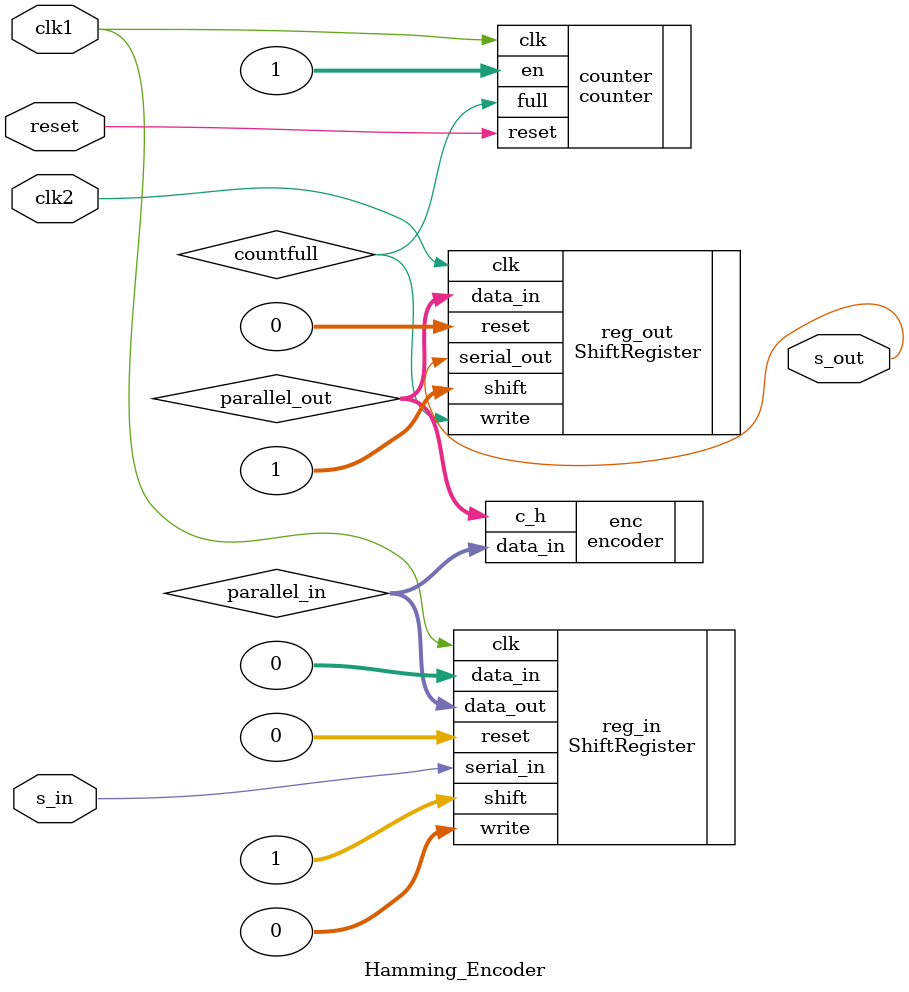
<source format=v>
module Hamming_Encoder(
input clk1,
input clk2,
input reset,
input s_in,
output s_out
);



//register input
wire [10:0] parallel_in;

ShiftRegister #(.WIDTH(11)) 
reg_in (
.clk(clk1),
.reset(0),
.write(0),
.shift(1),
.serial_in(s_in),
.data_in(0),
.data_out(parallel_in)
);

//encoder
wire [14:0] parallel_out;

encoder enc (
.data_in(parallel_in),
.c_h(parallel_out),
);

//counter_4bit
wire countfull;

counter counter(
.clk(clk1),
.en(1),
.reset(reset),
.full(countfull)
);

//output register

ShiftRegister #(.WIDTH(15))



reg_out (
.clk(clk2),
.reset(0),
.write(countfull),
.shift(1),
.data_in(parallel_out),
.serial_out(s_out)
);


endmodule


</source>
